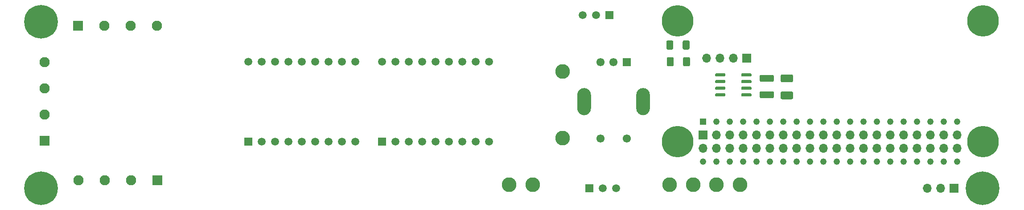
<source format=gbr>
%TF.GenerationSoftware,KiCad,Pcbnew,5.1.9-1*%
%TF.CreationDate,2021-07-13T14:20:52+02:00*%
%TF.ProjectId,led-pekac,6c65642d-7065-46b6-9163-2e6b69636164,rev?*%
%TF.SameCoordinates,Original*%
%TF.FileFunction,Soldermask,Bot*%
%TF.FilePolarity,Negative*%
%FSLAX46Y46*%
G04 Gerber Fmt 4.6, Leading zero omitted, Abs format (unit mm)*
G04 Created by KiCad (PCBNEW 5.1.9-1) date 2021-07-13 14:20:52*
%MOMM*%
%LPD*%
G01*
G04 APERTURE LIST*
%ADD10C,1.550000*%
%ADD11R,1.550000X1.550000*%
%ADD12C,1.218000*%
%ADD13R,1.218000X1.218000*%
%ADD14C,6.000000*%
%ADD15O,1.700000X1.700000*%
%ADD16R,1.700000X1.700000*%
%ADD17C,0.800000*%
%ADD18C,6.400000*%
%ADD19R,1.950000X1.950000*%
%ADD20C,1.950000*%
%ADD21C,1.508000*%
%ADD22R,1.508000X1.508000*%
%ADD23C,2.800000*%
%ADD24C,1.500000*%
%ADD25R,1.500000X1.500000*%
G04 APERTURE END LIST*
%TO.C,SW1*%
G36*
G01*
X189490000Y-78710000D02*
X189490000Y-81310000D01*
G75*
G02*
X188190000Y-82610000I-1300000J0D01*
G01*
X188190000Y-82610000D01*
G75*
G02*
X186890000Y-81310000I0J1300000D01*
G01*
X186890000Y-78710000D01*
G75*
G02*
X188190000Y-77410000I1300000J0D01*
G01*
X188190000Y-77410000D01*
G75*
G02*
X189490000Y-78710000I0J-1300000D01*
G01*
G37*
G36*
G01*
X200690000Y-78710000D02*
X200690000Y-81310000D01*
G75*
G02*
X199390000Y-82610000I-1300000J0D01*
G01*
X199390000Y-82610000D01*
G75*
G02*
X198090000Y-81310000I0J1300000D01*
G01*
X198090000Y-78710000D01*
G75*
G02*
X199390000Y-77410000I1300000J0D01*
G01*
X199390000Y-77410000D01*
G75*
G02*
X200690000Y-78710000I0J-1300000D01*
G01*
G37*
D10*
X191290000Y-72510000D03*
X193790000Y-72510000D03*
D11*
X196290000Y-72510000D03*
D10*
X191290000Y-87010000D03*
X196290000Y-87010000D03*
%TD*%
D12*
%TO.C,J7*%
X251460000Y-91440000D03*
X259080000Y-91440000D03*
X254000000Y-91440000D03*
X256540000Y-91440000D03*
X254000000Y-83820000D03*
X251460000Y-83820000D03*
X256540000Y-83820000D03*
X259080000Y-83820000D03*
X213360000Y-91440000D03*
X213360000Y-83820000D03*
X210820000Y-91440000D03*
D13*
X210820000Y-83820000D03*
D12*
X218440000Y-91440000D03*
X218440000Y-83820000D03*
X215900000Y-91440000D03*
X215900000Y-83820000D03*
X223520000Y-91440000D03*
X220980000Y-91440000D03*
X223520000Y-83820000D03*
X226060000Y-83820000D03*
X220980000Y-83820000D03*
X231140000Y-91440000D03*
X228600000Y-91440000D03*
X231140000Y-83820000D03*
X233680000Y-83820000D03*
X226060000Y-91440000D03*
X228600000Y-83820000D03*
X238760000Y-91440000D03*
X236220000Y-91440000D03*
X238760000Y-83820000D03*
X241300000Y-83820000D03*
X233680000Y-91440000D03*
X236220000Y-83820000D03*
X246380000Y-91440000D03*
X243840000Y-91440000D03*
X248920000Y-91440000D03*
X246380000Y-83820000D03*
X248920000Y-83820000D03*
X241300000Y-91440000D03*
X243840000Y-83820000D03*
%TD*%
D14*
%TO.C,J4*%
X263950000Y-87630000D03*
X205950000Y-64630000D03*
X263950000Y-64630000D03*
X205950000Y-87630000D03*
D15*
X259080000Y-88900000D03*
X259080000Y-86360000D03*
X241300000Y-88900000D03*
X241300000Y-86360000D03*
X236220000Y-88900000D03*
X236220000Y-86360000D03*
X246380000Y-88900000D03*
X246380000Y-86360000D03*
X218440000Y-88900000D03*
X218440000Y-86360000D03*
X248920000Y-88900000D03*
X248920000Y-86360000D03*
X231140000Y-88900000D03*
X231140000Y-86360000D03*
X254000000Y-88900000D03*
X254000000Y-86360000D03*
X251460000Y-88900000D03*
X251460000Y-86360000D03*
X256540000Y-88900000D03*
X256540000Y-86360000D03*
X233680000Y-88900000D03*
X233680000Y-86360000D03*
X220980000Y-88900000D03*
X220980000Y-86360000D03*
X226060000Y-88900000D03*
X226060000Y-86360000D03*
X243840000Y-88900000D03*
X243840000Y-86360000D03*
X223520000Y-88900000D03*
X223520000Y-86360000D03*
X238760000Y-88900000D03*
X238760000Y-86360000D03*
D16*
X210820000Y-86360000D03*
D15*
X210820000Y-88900000D03*
X215900000Y-86360000D03*
X213360000Y-88900000D03*
X228600000Y-88900000D03*
X228600000Y-86360000D03*
X213360000Y-86360000D03*
X215900000Y-88900000D03*
%TD*%
%TO.C,R10*%
G36*
G01*
X206920000Y-69840001D02*
X206920000Y-68589999D01*
G75*
G02*
X207169999Y-68340000I249999J0D01*
G01*
X207970001Y-68340000D01*
G75*
G02*
X208220000Y-68589999I0J-249999D01*
G01*
X208220000Y-69840001D01*
G75*
G02*
X207970001Y-70090000I-249999J0D01*
G01*
X207169999Y-70090000D01*
G75*
G02*
X206920000Y-69840001I0J249999D01*
G01*
G37*
G36*
G01*
X203820000Y-69840001D02*
X203820000Y-68589999D01*
G75*
G02*
X204069999Y-68340000I249999J0D01*
G01*
X204870001Y-68340000D01*
G75*
G02*
X205120000Y-68589999I0J-249999D01*
G01*
X205120000Y-69840001D01*
G75*
G02*
X204870001Y-70090000I-249999J0D01*
G01*
X204069999Y-70090000D01*
G75*
G02*
X203820000Y-69840001I0J249999D01*
G01*
G37*
%TD*%
D17*
%TO.C,H3*%
X86787056Y-63072944D03*
X85090000Y-62370000D03*
X83392944Y-63072944D03*
X82690000Y-64770000D03*
X83392944Y-66467056D03*
X85090000Y-67170000D03*
X86787056Y-66467056D03*
X87490000Y-64770000D03*
D18*
X85090000Y-64770000D03*
%TD*%
%TO.C,H2*%
X85090000Y-96520000D03*
D17*
X87490000Y-96520000D03*
X86787056Y-98217056D03*
X85090000Y-98920000D03*
X83392944Y-98217056D03*
X82690000Y-96520000D03*
X83392944Y-94822944D03*
X85090000Y-94120000D03*
X86787056Y-94822944D03*
%TD*%
%TO.C,U7*%
G36*
G01*
X215035000Y-74780000D02*
X215035000Y-75080000D01*
G75*
G02*
X214885000Y-75230000I-150000J0D01*
G01*
X213235000Y-75230000D01*
G75*
G02*
X213085000Y-75080000I0J150000D01*
G01*
X213085000Y-74780000D01*
G75*
G02*
X213235000Y-74630000I150000J0D01*
G01*
X214885000Y-74630000D01*
G75*
G02*
X215035000Y-74780000I0J-150000D01*
G01*
G37*
G36*
G01*
X215035000Y-76050000D02*
X215035000Y-76350000D01*
G75*
G02*
X214885000Y-76500000I-150000J0D01*
G01*
X213235000Y-76500000D01*
G75*
G02*
X213085000Y-76350000I0J150000D01*
G01*
X213085000Y-76050000D01*
G75*
G02*
X213235000Y-75900000I150000J0D01*
G01*
X214885000Y-75900000D01*
G75*
G02*
X215035000Y-76050000I0J-150000D01*
G01*
G37*
G36*
G01*
X215035000Y-77320000D02*
X215035000Y-77620000D01*
G75*
G02*
X214885000Y-77770000I-150000J0D01*
G01*
X213235000Y-77770000D01*
G75*
G02*
X213085000Y-77620000I0J150000D01*
G01*
X213085000Y-77320000D01*
G75*
G02*
X213235000Y-77170000I150000J0D01*
G01*
X214885000Y-77170000D01*
G75*
G02*
X215035000Y-77320000I0J-150000D01*
G01*
G37*
G36*
G01*
X215035000Y-78590000D02*
X215035000Y-78890000D01*
G75*
G02*
X214885000Y-79040000I-150000J0D01*
G01*
X213235000Y-79040000D01*
G75*
G02*
X213085000Y-78890000I0J150000D01*
G01*
X213085000Y-78590000D01*
G75*
G02*
X213235000Y-78440000I150000J0D01*
G01*
X214885000Y-78440000D01*
G75*
G02*
X215035000Y-78590000I0J-150000D01*
G01*
G37*
G36*
G01*
X219985000Y-78590000D02*
X219985000Y-78890000D01*
G75*
G02*
X219835000Y-79040000I-150000J0D01*
G01*
X218185000Y-79040000D01*
G75*
G02*
X218035000Y-78890000I0J150000D01*
G01*
X218035000Y-78590000D01*
G75*
G02*
X218185000Y-78440000I150000J0D01*
G01*
X219835000Y-78440000D01*
G75*
G02*
X219985000Y-78590000I0J-150000D01*
G01*
G37*
G36*
G01*
X219985000Y-77320000D02*
X219985000Y-77620000D01*
G75*
G02*
X219835000Y-77770000I-150000J0D01*
G01*
X218185000Y-77770000D01*
G75*
G02*
X218035000Y-77620000I0J150000D01*
G01*
X218035000Y-77320000D01*
G75*
G02*
X218185000Y-77170000I150000J0D01*
G01*
X219835000Y-77170000D01*
G75*
G02*
X219985000Y-77320000I0J-150000D01*
G01*
G37*
G36*
G01*
X219985000Y-76050000D02*
X219985000Y-76350000D01*
G75*
G02*
X219835000Y-76500000I-150000J0D01*
G01*
X218185000Y-76500000D01*
G75*
G02*
X218035000Y-76350000I0J150000D01*
G01*
X218035000Y-76050000D01*
G75*
G02*
X218185000Y-75900000I150000J0D01*
G01*
X219835000Y-75900000D01*
G75*
G02*
X219985000Y-76050000I0J-150000D01*
G01*
G37*
G36*
G01*
X219985000Y-74780000D02*
X219985000Y-75080000D01*
G75*
G02*
X219835000Y-75230000I-150000J0D01*
G01*
X218185000Y-75230000D01*
G75*
G02*
X218035000Y-75080000I0J150000D01*
G01*
X218035000Y-74780000D01*
G75*
G02*
X218185000Y-74630000I150000J0D01*
G01*
X219835000Y-74630000D01*
G75*
G02*
X219985000Y-74780000I0J-150000D01*
G01*
G37*
%TD*%
%TO.C,R9*%
G36*
G01*
X206995000Y-73015001D02*
X206995000Y-71764999D01*
G75*
G02*
X207244999Y-71515000I249999J0D01*
G01*
X208045001Y-71515000D01*
G75*
G02*
X208295000Y-71764999I0J-249999D01*
G01*
X208295000Y-73015001D01*
G75*
G02*
X208045001Y-73265000I-249999J0D01*
G01*
X207244999Y-73265000D01*
G75*
G02*
X206995000Y-73015001I0J249999D01*
G01*
G37*
G36*
G01*
X203895000Y-73015001D02*
X203895000Y-71764999D01*
G75*
G02*
X204144999Y-71515000I249999J0D01*
G01*
X204945001Y-71515000D01*
G75*
G02*
X205195000Y-71764999I0J-249999D01*
G01*
X205195000Y-73015001D01*
G75*
G02*
X204945001Y-73265000I-249999J0D01*
G01*
X204144999Y-73265000D01*
G75*
G02*
X203895000Y-73015001I0J249999D01*
G01*
G37*
%TD*%
D15*
%TO.C,J1*%
X211455000Y-71755000D03*
X213995000Y-71755000D03*
X216535000Y-71755000D03*
D16*
X219075000Y-71755000D03*
%TD*%
%TO.C,C11*%
G36*
G01*
X225770000Y-78065000D02*
X227620000Y-78065000D01*
G75*
G02*
X227870000Y-78315000I0J-250000D01*
G01*
X227870000Y-79315000D01*
G75*
G02*
X227620000Y-79565000I-250000J0D01*
G01*
X225770000Y-79565000D01*
G75*
G02*
X225520000Y-79315000I0J250000D01*
G01*
X225520000Y-78315000D01*
G75*
G02*
X225770000Y-78065000I250000J0D01*
G01*
G37*
G36*
G01*
X225770000Y-74815000D02*
X227620000Y-74815000D01*
G75*
G02*
X227870000Y-75065000I0J-250000D01*
G01*
X227870000Y-76065000D01*
G75*
G02*
X227620000Y-76315000I-250000J0D01*
G01*
X225770000Y-76315000D01*
G75*
G02*
X225520000Y-76065000I0J250000D01*
G01*
X225520000Y-75065000D01*
G75*
G02*
X225770000Y-74815000I250000J0D01*
G01*
G37*
%TD*%
%TO.C,C10*%
G36*
G01*
X221784997Y-78027500D02*
X223985003Y-78027500D01*
G75*
G02*
X224235000Y-78277497I0J-249997D01*
G01*
X224235000Y-79102503D01*
G75*
G02*
X223985003Y-79352500I-249997J0D01*
G01*
X221784997Y-79352500D01*
G75*
G02*
X221535000Y-79102503I0J249997D01*
G01*
X221535000Y-78277497D01*
G75*
G02*
X221784997Y-78027500I249997J0D01*
G01*
G37*
G36*
G01*
X221784997Y-74902500D02*
X223985003Y-74902500D01*
G75*
G02*
X224235000Y-75152497I0J-249997D01*
G01*
X224235000Y-75977503D01*
G75*
G02*
X223985003Y-76227500I-249997J0D01*
G01*
X221784997Y-76227500D01*
G75*
G02*
X221535000Y-75977503I0J249997D01*
G01*
X221535000Y-75152497D01*
G75*
G02*
X221784997Y-74902500I249997J0D01*
G01*
G37*
%TD*%
D19*
%TO.C,J2*%
X85725000Y-87503000D03*
D20*
X85725000Y-82503000D03*
X85725000Y-77503000D03*
X85725000Y-72503000D03*
%TD*%
%TO.C,J6*%
X107075000Y-65532000D03*
X102075000Y-65532000D03*
X97075000Y-65532000D03*
D19*
X92075000Y-65532000D03*
%TD*%
D20*
%TO.C,J5*%
X92188000Y-94996000D03*
X97188000Y-94996000D03*
X102188000Y-94996000D03*
D19*
X107188000Y-94996000D03*
%TD*%
D21*
%TO.C,U2*%
X187960000Y-63500000D03*
X190500000Y-63500000D03*
D22*
X193040000Y-63500000D03*
%TD*%
D21*
%TO.C,U1*%
X194310000Y-96520000D03*
X191770000Y-96520000D03*
D22*
X189230000Y-96520000D03*
%TD*%
D23*
%TO.C,TP8*%
X184150000Y-74295000D03*
%TD*%
%TO.C,TP7*%
X184150000Y-86995000D03*
%TD*%
%TO.C,TP6*%
X208915000Y-95885000D03*
%TD*%
%TO.C,TP5*%
X204470000Y-95885000D03*
%TD*%
%TO.C,TP4*%
X178435000Y-95885000D03*
%TD*%
%TO.C,TP3*%
X173990000Y-95885000D03*
%TD*%
%TO.C,TP2*%
X213360000Y-95885000D03*
%TD*%
%TO.C,TP1*%
X217805000Y-95885000D03*
%TD*%
D16*
%TO.C,J3*%
X258445000Y-96520000D03*
D15*
X255905000Y-96520000D03*
X253365000Y-96520000D03*
%TD*%
D17*
%TO.C,H1*%
X265603056Y-94822944D03*
X263906000Y-94120000D03*
X262208944Y-94822944D03*
X261506000Y-96520000D03*
X262208944Y-98217056D03*
X263906000Y-98920000D03*
X265603056Y-98217056D03*
X266306000Y-96520000D03*
D18*
X263906000Y-96520000D03*
%TD*%
D24*
%TO.C,U4*%
X124460000Y-72390000D03*
X127000000Y-72390000D03*
X129540000Y-72390000D03*
X132080000Y-72390000D03*
X134620000Y-72390000D03*
X137160000Y-72390000D03*
X139700000Y-72390000D03*
X142240000Y-72390000D03*
X144780000Y-72390000D03*
X144780000Y-87630000D03*
X142240000Y-87630000D03*
X139700000Y-87630000D03*
X137160000Y-87630000D03*
X134620000Y-87630000D03*
X132080000Y-87630000D03*
X129540000Y-87630000D03*
X127000000Y-87630000D03*
D25*
X124460000Y-87630000D03*
%TD*%
D24*
%TO.C,U5*%
X149860000Y-72390000D03*
X152400000Y-72390000D03*
X154940000Y-72390000D03*
X157480000Y-72390000D03*
X160020000Y-72390000D03*
X162560000Y-72390000D03*
X165100000Y-72390000D03*
X167640000Y-72390000D03*
X170180000Y-72390000D03*
X170180000Y-87630000D03*
X167640000Y-87630000D03*
X165100000Y-87630000D03*
X162560000Y-87630000D03*
X160020000Y-87630000D03*
X157480000Y-87630000D03*
X154940000Y-87630000D03*
X152400000Y-87630000D03*
D25*
X149860000Y-87630000D03*
%TD*%
M02*

</source>
